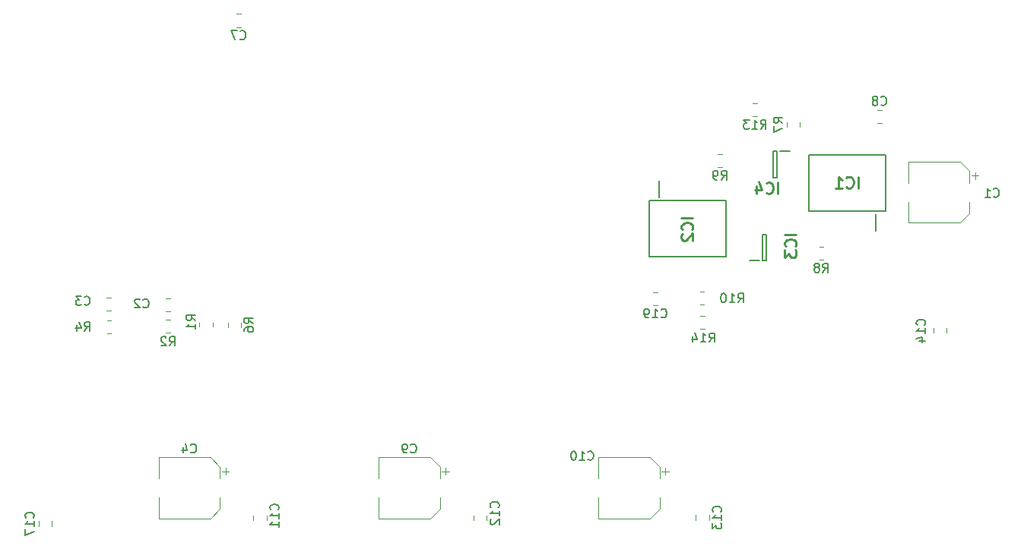
<source format=gbo>
G04 #@! TF.GenerationSoftware,KiCad,Pcbnew,7.0.7+dfsg-1*
G04 #@! TF.CreationDate,2024-09-08T18:11:18+02:00*
G04 #@! TF.ProjectId,motion-board-evoII,6d6f7469-6f6e-42d6-926f-6172642d6576,rev?*
G04 #@! TF.SameCoordinates,Original*
G04 #@! TF.FileFunction,Legend,Bot*
G04 #@! TF.FilePolarity,Positive*
%FSLAX46Y46*%
G04 Gerber Fmt 4.6, Leading zero omitted, Abs format (unit mm)*
G04 Created by KiCad (PCBNEW 7.0.7+dfsg-1) date 2024-09-08 18:11:18*
%MOMM*%
%LPD*%
G01*
G04 APERTURE LIST*
%ADD10C,0.150000*%
%ADD11C,0.254000*%
%ADD12C,0.120000*%
%ADD13C,0.200000*%
G04 APERTURE END LIST*
D10*
X131376657Y-38655419D02*
X131709990Y-38179228D01*
X131948085Y-38655419D02*
X131948085Y-37655419D01*
X131948085Y-37655419D02*
X131567133Y-37655419D01*
X131567133Y-37655419D02*
X131471895Y-37703038D01*
X131471895Y-37703038D02*
X131424276Y-37750657D01*
X131424276Y-37750657D02*
X131376657Y-37845895D01*
X131376657Y-37845895D02*
X131376657Y-37988752D01*
X131376657Y-37988752D02*
X131424276Y-38083990D01*
X131424276Y-38083990D02*
X131471895Y-38131609D01*
X131471895Y-38131609D02*
X131567133Y-38179228D01*
X131567133Y-38179228D02*
X131948085Y-38179228D01*
X130424276Y-38655419D02*
X130995704Y-38655419D01*
X130709990Y-38655419D02*
X130709990Y-37655419D01*
X130709990Y-37655419D02*
X130805228Y-37798276D01*
X130805228Y-37798276D02*
X130900466Y-37893514D01*
X130900466Y-37893514D02*
X130995704Y-37941133D01*
X130090942Y-37655419D02*
X129471895Y-37655419D01*
X129471895Y-37655419D02*
X129805228Y-38036371D01*
X129805228Y-38036371D02*
X129662371Y-38036371D01*
X129662371Y-38036371D02*
X129567133Y-38083990D01*
X129567133Y-38083990D02*
X129519514Y-38131609D01*
X129519514Y-38131609D02*
X129471895Y-38226847D01*
X129471895Y-38226847D02*
X129471895Y-38464942D01*
X129471895Y-38464942D02*
X129519514Y-38560180D01*
X129519514Y-38560180D02*
X129567133Y-38607800D01*
X129567133Y-38607800D02*
X129662371Y-38655419D01*
X129662371Y-38655419D02*
X129948085Y-38655419D01*
X129948085Y-38655419D02*
X130043323Y-38607800D01*
X130043323Y-38607800D02*
X130090942Y-38560180D01*
X56046666Y-58220780D02*
X56094285Y-58268400D01*
X56094285Y-58268400D02*
X56237142Y-58316019D01*
X56237142Y-58316019D02*
X56332380Y-58316019D01*
X56332380Y-58316019D02*
X56475237Y-58268400D01*
X56475237Y-58268400D02*
X56570475Y-58173161D01*
X56570475Y-58173161D02*
X56618094Y-58077923D01*
X56618094Y-58077923D02*
X56665713Y-57887447D01*
X56665713Y-57887447D02*
X56665713Y-57744590D01*
X56665713Y-57744590D02*
X56618094Y-57554114D01*
X56618094Y-57554114D02*
X56570475Y-57458876D01*
X56570475Y-57458876D02*
X56475237Y-57363638D01*
X56475237Y-57363638D02*
X56332380Y-57316019D01*
X56332380Y-57316019D02*
X56237142Y-57316019D01*
X56237142Y-57316019D02*
X56094285Y-57363638D01*
X56094285Y-57363638D02*
X56046666Y-57411257D01*
X55713332Y-57316019D02*
X55094285Y-57316019D01*
X55094285Y-57316019D02*
X55427618Y-57696971D01*
X55427618Y-57696971D02*
X55284761Y-57696971D01*
X55284761Y-57696971D02*
X55189523Y-57744590D01*
X55189523Y-57744590D02*
X55141904Y-57792209D01*
X55141904Y-57792209D02*
X55094285Y-57887447D01*
X55094285Y-57887447D02*
X55094285Y-58125542D01*
X55094285Y-58125542D02*
X55141904Y-58220780D01*
X55141904Y-58220780D02*
X55189523Y-58268400D01*
X55189523Y-58268400D02*
X55284761Y-58316019D01*
X55284761Y-58316019D02*
X55570475Y-58316019D01*
X55570475Y-58316019D02*
X55665713Y-58268400D01*
X55665713Y-58268400D02*
X55713332Y-58220780D01*
D11*
X135330518Y-50413637D02*
X134060518Y-50413637D01*
X135209565Y-51744114D02*
X135270042Y-51683638D01*
X135270042Y-51683638D02*
X135330518Y-51502209D01*
X135330518Y-51502209D02*
X135330518Y-51381257D01*
X135330518Y-51381257D02*
X135270042Y-51199828D01*
X135270042Y-51199828D02*
X135149089Y-51078876D01*
X135149089Y-51078876D02*
X135028137Y-51018399D01*
X135028137Y-51018399D02*
X134786232Y-50957923D01*
X134786232Y-50957923D02*
X134604803Y-50957923D01*
X134604803Y-50957923D02*
X134362899Y-51018399D01*
X134362899Y-51018399D02*
X134241946Y-51078876D01*
X134241946Y-51078876D02*
X134120994Y-51199828D01*
X134120994Y-51199828D02*
X134060518Y-51381257D01*
X134060518Y-51381257D02*
X134060518Y-51502209D01*
X134060518Y-51502209D02*
X134120994Y-51683638D01*
X134120994Y-51683638D02*
X134181470Y-51744114D01*
X134060518Y-52167447D02*
X134060518Y-52953638D01*
X134060518Y-52953638D02*
X134544327Y-52530304D01*
X134544327Y-52530304D02*
X134544327Y-52711733D01*
X134544327Y-52711733D02*
X134604803Y-52832685D01*
X134604803Y-52832685D02*
X134665280Y-52893161D01*
X134665280Y-52893161D02*
X134786232Y-52953638D01*
X134786232Y-52953638D02*
X135088613Y-52953638D01*
X135088613Y-52953638D02*
X135209565Y-52893161D01*
X135209565Y-52893161D02*
X135270042Y-52832685D01*
X135270042Y-52832685D02*
X135330518Y-52711733D01*
X135330518Y-52711733D02*
X135330518Y-52348876D01*
X135330518Y-52348876D02*
X135270042Y-52227923D01*
X135270042Y-52227923D02*
X135209565Y-52167447D01*
D10*
X120280757Y-59621380D02*
X120328376Y-59669000D01*
X120328376Y-59669000D02*
X120471233Y-59716619D01*
X120471233Y-59716619D02*
X120566471Y-59716619D01*
X120566471Y-59716619D02*
X120709328Y-59669000D01*
X120709328Y-59669000D02*
X120804566Y-59573761D01*
X120804566Y-59573761D02*
X120852185Y-59478523D01*
X120852185Y-59478523D02*
X120899804Y-59288047D01*
X120899804Y-59288047D02*
X120899804Y-59145190D01*
X120899804Y-59145190D02*
X120852185Y-58954714D01*
X120852185Y-58954714D02*
X120804566Y-58859476D01*
X120804566Y-58859476D02*
X120709328Y-58764238D01*
X120709328Y-58764238D02*
X120566471Y-58716619D01*
X120566471Y-58716619D02*
X120471233Y-58716619D01*
X120471233Y-58716619D02*
X120328376Y-58764238D01*
X120328376Y-58764238D02*
X120280757Y-58811857D01*
X119328376Y-59716619D02*
X119899804Y-59716619D01*
X119614090Y-59716619D02*
X119614090Y-58716619D01*
X119614090Y-58716619D02*
X119709328Y-58859476D01*
X119709328Y-58859476D02*
X119804566Y-58954714D01*
X119804566Y-58954714D02*
X119899804Y-59002333D01*
X118852185Y-59716619D02*
X118661709Y-59716619D01*
X118661709Y-59716619D02*
X118566471Y-59669000D01*
X118566471Y-59669000D02*
X118518852Y-59621380D01*
X118518852Y-59621380D02*
X118423614Y-59478523D01*
X118423614Y-59478523D02*
X118375995Y-59288047D01*
X118375995Y-59288047D02*
X118375995Y-58907095D01*
X118375995Y-58907095D02*
X118423614Y-58811857D01*
X118423614Y-58811857D02*
X118471233Y-58764238D01*
X118471233Y-58764238D02*
X118566471Y-58716619D01*
X118566471Y-58716619D02*
X118756947Y-58716619D01*
X118756947Y-58716619D02*
X118852185Y-58764238D01*
X118852185Y-58764238D02*
X118899804Y-58811857D01*
X118899804Y-58811857D02*
X118947423Y-58907095D01*
X118947423Y-58907095D02*
X118947423Y-59145190D01*
X118947423Y-59145190D02*
X118899804Y-59240428D01*
X118899804Y-59240428D02*
X118852185Y-59288047D01*
X118852185Y-59288047D02*
X118756947Y-59335666D01*
X118756947Y-59335666D02*
X118566471Y-59335666D01*
X118566471Y-59335666D02*
X118471233Y-59288047D01*
X118471233Y-59288047D02*
X118423614Y-59240428D01*
X118423614Y-59240428D02*
X118375995Y-59145190D01*
X126988866Y-44319619D02*
X127322199Y-43843428D01*
X127560294Y-44319619D02*
X127560294Y-43319619D01*
X127560294Y-43319619D02*
X127179342Y-43319619D01*
X127179342Y-43319619D02*
X127084104Y-43367238D01*
X127084104Y-43367238D02*
X127036485Y-43414857D01*
X127036485Y-43414857D02*
X126988866Y-43510095D01*
X126988866Y-43510095D02*
X126988866Y-43652952D01*
X126988866Y-43652952D02*
X127036485Y-43748190D01*
X127036485Y-43748190D02*
X127084104Y-43795809D01*
X127084104Y-43795809D02*
X127179342Y-43843428D01*
X127179342Y-43843428D02*
X127560294Y-43843428D01*
X126512675Y-44319619D02*
X126322199Y-44319619D01*
X126322199Y-44319619D02*
X126226961Y-44272000D01*
X126226961Y-44272000D02*
X126179342Y-44224380D01*
X126179342Y-44224380D02*
X126084104Y-44081523D01*
X126084104Y-44081523D02*
X126036485Y-43891047D01*
X126036485Y-43891047D02*
X126036485Y-43510095D01*
X126036485Y-43510095D02*
X126084104Y-43414857D01*
X126084104Y-43414857D02*
X126131723Y-43367238D01*
X126131723Y-43367238D02*
X126226961Y-43319619D01*
X126226961Y-43319619D02*
X126417437Y-43319619D01*
X126417437Y-43319619D02*
X126512675Y-43367238D01*
X126512675Y-43367238D02*
X126560294Y-43414857D01*
X126560294Y-43414857D02*
X126607913Y-43510095D01*
X126607913Y-43510095D02*
X126607913Y-43748190D01*
X126607913Y-43748190D02*
X126560294Y-43843428D01*
X126560294Y-43843428D02*
X126512675Y-43891047D01*
X126512675Y-43891047D02*
X126417437Y-43938666D01*
X126417437Y-43938666D02*
X126226961Y-43938666D01*
X126226961Y-43938666D02*
X126131723Y-43891047D01*
X126131723Y-43891047D02*
X126084104Y-43843428D01*
X126084104Y-43843428D02*
X126036485Y-43748190D01*
X157308866Y-46181180D02*
X157356485Y-46228800D01*
X157356485Y-46228800D02*
X157499342Y-46276419D01*
X157499342Y-46276419D02*
X157594580Y-46276419D01*
X157594580Y-46276419D02*
X157737437Y-46228800D01*
X157737437Y-46228800D02*
X157832675Y-46133561D01*
X157832675Y-46133561D02*
X157880294Y-46038323D01*
X157880294Y-46038323D02*
X157927913Y-45847847D01*
X157927913Y-45847847D02*
X157927913Y-45704990D01*
X157927913Y-45704990D02*
X157880294Y-45514514D01*
X157880294Y-45514514D02*
X157832675Y-45419276D01*
X157832675Y-45419276D02*
X157737437Y-45324038D01*
X157737437Y-45324038D02*
X157594580Y-45276419D01*
X157594580Y-45276419D02*
X157499342Y-45276419D01*
X157499342Y-45276419D02*
X157356485Y-45324038D01*
X157356485Y-45324038D02*
X157308866Y-45371657D01*
X156356485Y-46276419D02*
X156927913Y-46276419D01*
X156642199Y-46276419D02*
X156642199Y-45276419D01*
X156642199Y-45276419D02*
X156737437Y-45419276D01*
X156737437Y-45419276D02*
X156832675Y-45514514D01*
X156832675Y-45514514D02*
X156927913Y-45562133D01*
X67883066Y-74698780D02*
X67930685Y-74746400D01*
X67930685Y-74746400D02*
X68073542Y-74794019D01*
X68073542Y-74794019D02*
X68168780Y-74794019D01*
X68168780Y-74794019D02*
X68311637Y-74746400D01*
X68311637Y-74746400D02*
X68406875Y-74651161D01*
X68406875Y-74651161D02*
X68454494Y-74555923D01*
X68454494Y-74555923D02*
X68502113Y-74365447D01*
X68502113Y-74365447D02*
X68502113Y-74222590D01*
X68502113Y-74222590D02*
X68454494Y-74032114D01*
X68454494Y-74032114D02*
X68406875Y-73936876D01*
X68406875Y-73936876D02*
X68311637Y-73841638D01*
X68311637Y-73841638D02*
X68168780Y-73794019D01*
X68168780Y-73794019D02*
X68073542Y-73794019D01*
X68073542Y-73794019D02*
X67930685Y-73841638D01*
X67930685Y-73841638D02*
X67883066Y-73889257D01*
X67025923Y-74127352D02*
X67025923Y-74794019D01*
X67264018Y-73746400D02*
X67502113Y-74460685D01*
X67502113Y-74460685D02*
X66883066Y-74460685D01*
X92394066Y-74698780D02*
X92441685Y-74746400D01*
X92441685Y-74746400D02*
X92584542Y-74794019D01*
X92584542Y-74794019D02*
X92679780Y-74794019D01*
X92679780Y-74794019D02*
X92822637Y-74746400D01*
X92822637Y-74746400D02*
X92917875Y-74651161D01*
X92917875Y-74651161D02*
X92965494Y-74555923D01*
X92965494Y-74555923D02*
X93013113Y-74365447D01*
X93013113Y-74365447D02*
X93013113Y-74222590D01*
X93013113Y-74222590D02*
X92965494Y-74032114D01*
X92965494Y-74032114D02*
X92917875Y-73936876D01*
X92917875Y-73936876D02*
X92822637Y-73841638D01*
X92822637Y-73841638D02*
X92679780Y-73794019D01*
X92679780Y-73794019D02*
X92584542Y-73794019D01*
X92584542Y-73794019D02*
X92441685Y-73841638D01*
X92441685Y-73841638D02*
X92394066Y-73889257D01*
X91917875Y-74794019D02*
X91727399Y-74794019D01*
X91727399Y-74794019D02*
X91632161Y-74746400D01*
X91632161Y-74746400D02*
X91584542Y-74698780D01*
X91584542Y-74698780D02*
X91489304Y-74555923D01*
X91489304Y-74555923D02*
X91441685Y-74365447D01*
X91441685Y-74365447D02*
X91441685Y-73984495D01*
X91441685Y-73984495D02*
X91489304Y-73889257D01*
X91489304Y-73889257D02*
X91536923Y-73841638D01*
X91536923Y-73841638D02*
X91632161Y-73794019D01*
X91632161Y-73794019D02*
X91822637Y-73794019D01*
X91822637Y-73794019D02*
X91917875Y-73841638D01*
X91917875Y-73841638D02*
X91965494Y-73889257D01*
X91965494Y-73889257D02*
X92013113Y-73984495D01*
X92013113Y-73984495D02*
X92013113Y-74222590D01*
X92013113Y-74222590D02*
X91965494Y-74317828D01*
X91965494Y-74317828D02*
X91917875Y-74365447D01*
X91917875Y-74365447D02*
X91822637Y-74413066D01*
X91822637Y-74413066D02*
X91632161Y-74413066D01*
X91632161Y-74413066D02*
X91536923Y-74365447D01*
X91536923Y-74365447D02*
X91489304Y-74317828D01*
X91489304Y-74317828D02*
X91441685Y-74222590D01*
X56046666Y-61211619D02*
X56379999Y-60735428D01*
X56618094Y-61211619D02*
X56618094Y-60211619D01*
X56618094Y-60211619D02*
X56237142Y-60211619D01*
X56237142Y-60211619D02*
X56141904Y-60259238D01*
X56141904Y-60259238D02*
X56094285Y-60306857D01*
X56094285Y-60306857D02*
X56046666Y-60402095D01*
X56046666Y-60402095D02*
X56046666Y-60544952D01*
X56046666Y-60544952D02*
X56094285Y-60640190D01*
X56094285Y-60640190D02*
X56141904Y-60687809D01*
X56141904Y-60687809D02*
X56237142Y-60735428D01*
X56237142Y-60735428D02*
X56618094Y-60735428D01*
X55189523Y-60544952D02*
X55189523Y-61211619D01*
X55427618Y-60164000D02*
X55665713Y-60878285D01*
X55665713Y-60878285D02*
X55046666Y-60878285D01*
X125626857Y-62430819D02*
X125960190Y-61954628D01*
X126198285Y-62430819D02*
X126198285Y-61430819D01*
X126198285Y-61430819D02*
X125817333Y-61430819D01*
X125817333Y-61430819D02*
X125722095Y-61478438D01*
X125722095Y-61478438D02*
X125674476Y-61526057D01*
X125674476Y-61526057D02*
X125626857Y-61621295D01*
X125626857Y-61621295D02*
X125626857Y-61764152D01*
X125626857Y-61764152D02*
X125674476Y-61859390D01*
X125674476Y-61859390D02*
X125722095Y-61907009D01*
X125722095Y-61907009D02*
X125817333Y-61954628D01*
X125817333Y-61954628D02*
X126198285Y-61954628D01*
X124674476Y-62430819D02*
X125245904Y-62430819D01*
X124960190Y-62430819D02*
X124960190Y-61430819D01*
X124960190Y-61430819D02*
X125055428Y-61573676D01*
X125055428Y-61573676D02*
X125150666Y-61668914D01*
X125150666Y-61668914D02*
X125245904Y-61716533D01*
X123817333Y-61764152D02*
X123817333Y-62430819D01*
X124055428Y-61383200D02*
X124293523Y-62097485D01*
X124293523Y-62097485D02*
X123674476Y-62097485D01*
X128846057Y-58011219D02*
X129179390Y-57535028D01*
X129417485Y-58011219D02*
X129417485Y-57011219D01*
X129417485Y-57011219D02*
X129036533Y-57011219D01*
X129036533Y-57011219D02*
X128941295Y-57058838D01*
X128941295Y-57058838D02*
X128893676Y-57106457D01*
X128893676Y-57106457D02*
X128846057Y-57201695D01*
X128846057Y-57201695D02*
X128846057Y-57344552D01*
X128846057Y-57344552D02*
X128893676Y-57439790D01*
X128893676Y-57439790D02*
X128941295Y-57487409D01*
X128941295Y-57487409D02*
X129036533Y-57535028D01*
X129036533Y-57535028D02*
X129417485Y-57535028D01*
X127893676Y-58011219D02*
X128465104Y-58011219D01*
X128179390Y-58011219D02*
X128179390Y-57011219D01*
X128179390Y-57011219D02*
X128274628Y-57154076D01*
X128274628Y-57154076D02*
X128369866Y-57249314D01*
X128369866Y-57249314D02*
X128465104Y-57296933D01*
X127274628Y-57011219D02*
X127179390Y-57011219D01*
X127179390Y-57011219D02*
X127084152Y-57058838D01*
X127084152Y-57058838D02*
X127036533Y-57106457D01*
X127036533Y-57106457D02*
X126988914Y-57201695D01*
X126988914Y-57201695D02*
X126941295Y-57392171D01*
X126941295Y-57392171D02*
X126941295Y-57630266D01*
X126941295Y-57630266D02*
X126988914Y-57820742D01*
X126988914Y-57820742D02*
X127036533Y-57915980D01*
X127036533Y-57915980D02*
X127084152Y-57963600D01*
X127084152Y-57963600D02*
X127179390Y-58011219D01*
X127179390Y-58011219D02*
X127274628Y-58011219D01*
X127274628Y-58011219D02*
X127369866Y-57963600D01*
X127369866Y-57963600D02*
X127417485Y-57915980D01*
X127417485Y-57915980D02*
X127465104Y-57820742D01*
X127465104Y-57820742D02*
X127512723Y-57630266D01*
X127512723Y-57630266D02*
X127512723Y-57392171D01*
X127512723Y-57392171D02*
X127465104Y-57201695D01*
X127465104Y-57201695D02*
X127417485Y-57106457D01*
X127417485Y-57106457D02*
X127369866Y-57058838D01*
X127369866Y-57058838D02*
X127274628Y-57011219D01*
X62599866Y-58525580D02*
X62647485Y-58573200D01*
X62647485Y-58573200D02*
X62790342Y-58620819D01*
X62790342Y-58620819D02*
X62885580Y-58620819D01*
X62885580Y-58620819D02*
X63028437Y-58573200D01*
X63028437Y-58573200D02*
X63123675Y-58477961D01*
X63123675Y-58477961D02*
X63171294Y-58382723D01*
X63171294Y-58382723D02*
X63218913Y-58192247D01*
X63218913Y-58192247D02*
X63218913Y-58049390D01*
X63218913Y-58049390D02*
X63171294Y-57858914D01*
X63171294Y-57858914D02*
X63123675Y-57763676D01*
X63123675Y-57763676D02*
X63028437Y-57668438D01*
X63028437Y-57668438D02*
X62885580Y-57620819D01*
X62885580Y-57620819D02*
X62790342Y-57620819D01*
X62790342Y-57620819D02*
X62647485Y-57668438D01*
X62647485Y-57668438D02*
X62599866Y-57716057D01*
X62218913Y-57716057D02*
X62171294Y-57668438D01*
X62171294Y-57668438D02*
X62076056Y-57620819D01*
X62076056Y-57620819D02*
X61837961Y-57620819D01*
X61837961Y-57620819D02*
X61742723Y-57668438D01*
X61742723Y-57668438D02*
X61695104Y-57716057D01*
X61695104Y-57716057D02*
X61647485Y-57811295D01*
X61647485Y-57811295D02*
X61647485Y-57906533D01*
X61647485Y-57906533D02*
X61695104Y-58049390D01*
X61695104Y-58049390D02*
X62266532Y-58620819D01*
X62266532Y-58620819D02*
X61647485Y-58620819D01*
X50343180Y-82021042D02*
X50390800Y-81973423D01*
X50390800Y-81973423D02*
X50438419Y-81830566D01*
X50438419Y-81830566D02*
X50438419Y-81735328D01*
X50438419Y-81735328D02*
X50390800Y-81592471D01*
X50390800Y-81592471D02*
X50295561Y-81497233D01*
X50295561Y-81497233D02*
X50200323Y-81449614D01*
X50200323Y-81449614D02*
X50009847Y-81401995D01*
X50009847Y-81401995D02*
X49866990Y-81401995D01*
X49866990Y-81401995D02*
X49676514Y-81449614D01*
X49676514Y-81449614D02*
X49581276Y-81497233D01*
X49581276Y-81497233D02*
X49486038Y-81592471D01*
X49486038Y-81592471D02*
X49438419Y-81735328D01*
X49438419Y-81735328D02*
X49438419Y-81830566D01*
X49438419Y-81830566D02*
X49486038Y-81973423D01*
X49486038Y-81973423D02*
X49533657Y-82021042D01*
X50438419Y-82973423D02*
X50438419Y-82401995D01*
X50438419Y-82687709D02*
X49438419Y-82687709D01*
X49438419Y-82687709D02*
X49581276Y-82592471D01*
X49581276Y-82592471D02*
X49676514Y-82497233D01*
X49676514Y-82497233D02*
X49724133Y-82401995D01*
X49438419Y-83306757D02*
X49438419Y-83973423D01*
X49438419Y-83973423D02*
X50438419Y-83544852D01*
D11*
X133294362Y-45887918D02*
X133294362Y-44617918D01*
X131963885Y-45766965D02*
X132024361Y-45827442D01*
X132024361Y-45827442D02*
X132205790Y-45887918D01*
X132205790Y-45887918D02*
X132326742Y-45887918D01*
X132326742Y-45887918D02*
X132508171Y-45827442D01*
X132508171Y-45827442D02*
X132629123Y-45706489D01*
X132629123Y-45706489D02*
X132689600Y-45585537D01*
X132689600Y-45585537D02*
X132750076Y-45343632D01*
X132750076Y-45343632D02*
X132750076Y-45162203D01*
X132750076Y-45162203D02*
X132689600Y-44920299D01*
X132689600Y-44920299D02*
X132629123Y-44799346D01*
X132629123Y-44799346D02*
X132508171Y-44678394D01*
X132508171Y-44678394D02*
X132326742Y-44617918D01*
X132326742Y-44617918D02*
X132205790Y-44617918D01*
X132205790Y-44617918D02*
X132024361Y-44678394D01*
X132024361Y-44678394D02*
X131963885Y-44738870D01*
X130875314Y-45041251D02*
X130875314Y-45887918D01*
X131177695Y-44557442D02*
X131480076Y-45464584D01*
X131480076Y-45464584D02*
X130693885Y-45464584D01*
D10*
X126905980Y-81348342D02*
X126953600Y-81300723D01*
X126953600Y-81300723D02*
X127001219Y-81157866D01*
X127001219Y-81157866D02*
X127001219Y-81062628D01*
X127001219Y-81062628D02*
X126953600Y-80919771D01*
X126953600Y-80919771D02*
X126858361Y-80824533D01*
X126858361Y-80824533D02*
X126763123Y-80776914D01*
X126763123Y-80776914D02*
X126572647Y-80729295D01*
X126572647Y-80729295D02*
X126429790Y-80729295D01*
X126429790Y-80729295D02*
X126239314Y-80776914D01*
X126239314Y-80776914D02*
X126144076Y-80824533D01*
X126144076Y-80824533D02*
X126048838Y-80919771D01*
X126048838Y-80919771D02*
X126001219Y-81062628D01*
X126001219Y-81062628D02*
X126001219Y-81157866D01*
X126001219Y-81157866D02*
X126048838Y-81300723D01*
X126048838Y-81300723D02*
X126096457Y-81348342D01*
X127001219Y-82300723D02*
X127001219Y-81729295D01*
X127001219Y-82015009D02*
X126001219Y-82015009D01*
X126001219Y-82015009D02*
X126144076Y-81919771D01*
X126144076Y-81919771D02*
X126239314Y-81824533D01*
X126239314Y-81824533D02*
X126286933Y-81729295D01*
X126001219Y-82634057D02*
X126001219Y-83253104D01*
X126001219Y-83253104D02*
X126382171Y-82919771D01*
X126382171Y-82919771D02*
X126382171Y-83062628D01*
X126382171Y-83062628D02*
X126429790Y-83157866D01*
X126429790Y-83157866D02*
X126477409Y-83205485D01*
X126477409Y-83205485D02*
X126572647Y-83253104D01*
X126572647Y-83253104D02*
X126810742Y-83253104D01*
X126810742Y-83253104D02*
X126905980Y-83205485D01*
X126905980Y-83205485D02*
X126953600Y-83157866D01*
X126953600Y-83157866D02*
X127001219Y-83062628D01*
X127001219Y-83062628D02*
X127001219Y-82776914D01*
X127001219Y-82776914D02*
X126953600Y-82681676D01*
X126953600Y-82681676D02*
X126905980Y-82634057D01*
X102140980Y-80861842D02*
X102188600Y-80814223D01*
X102188600Y-80814223D02*
X102236219Y-80671366D01*
X102236219Y-80671366D02*
X102236219Y-80576128D01*
X102236219Y-80576128D02*
X102188600Y-80433271D01*
X102188600Y-80433271D02*
X102093361Y-80338033D01*
X102093361Y-80338033D02*
X101998123Y-80290414D01*
X101998123Y-80290414D02*
X101807647Y-80242795D01*
X101807647Y-80242795D02*
X101664790Y-80242795D01*
X101664790Y-80242795D02*
X101474314Y-80290414D01*
X101474314Y-80290414D02*
X101379076Y-80338033D01*
X101379076Y-80338033D02*
X101283838Y-80433271D01*
X101283838Y-80433271D02*
X101236219Y-80576128D01*
X101236219Y-80576128D02*
X101236219Y-80671366D01*
X101236219Y-80671366D02*
X101283838Y-80814223D01*
X101283838Y-80814223D02*
X101331457Y-80861842D01*
X102236219Y-81814223D02*
X102236219Y-81242795D01*
X102236219Y-81528509D02*
X101236219Y-81528509D01*
X101236219Y-81528509D02*
X101379076Y-81433271D01*
X101379076Y-81433271D02*
X101474314Y-81338033D01*
X101474314Y-81338033D02*
X101521933Y-81242795D01*
X101331457Y-82195176D02*
X101283838Y-82242795D01*
X101283838Y-82242795D02*
X101236219Y-82338033D01*
X101236219Y-82338033D02*
X101236219Y-82576128D01*
X101236219Y-82576128D02*
X101283838Y-82671366D01*
X101283838Y-82671366D02*
X101331457Y-82718985D01*
X101331457Y-82718985D02*
X101426695Y-82766604D01*
X101426695Y-82766604D02*
X101521933Y-82766604D01*
X101521933Y-82766604D02*
X101664790Y-82718985D01*
X101664790Y-82718985D02*
X102236219Y-82147557D01*
X102236219Y-82147557D02*
X102236219Y-82766604D01*
X133804819Y-38009533D02*
X133328628Y-37676200D01*
X133804819Y-37438105D02*
X132804819Y-37438105D01*
X132804819Y-37438105D02*
X132804819Y-37819057D01*
X132804819Y-37819057D02*
X132852438Y-37914295D01*
X132852438Y-37914295D02*
X132900057Y-37961914D01*
X132900057Y-37961914D02*
X132995295Y-38009533D01*
X132995295Y-38009533D02*
X133138152Y-38009533D01*
X133138152Y-38009533D02*
X133233390Y-37961914D01*
X133233390Y-37961914D02*
X133281009Y-37914295D01*
X133281009Y-37914295D02*
X133328628Y-37819057D01*
X133328628Y-37819057D02*
X133328628Y-37438105D01*
X132804819Y-38342867D02*
X132804819Y-39009533D01*
X132804819Y-39009533D02*
X133804819Y-38580962D01*
X74850419Y-60352133D02*
X74374228Y-60018800D01*
X74850419Y-59780705D02*
X73850419Y-59780705D01*
X73850419Y-59780705D02*
X73850419Y-60161657D01*
X73850419Y-60161657D02*
X73898038Y-60256895D01*
X73898038Y-60256895D02*
X73945657Y-60304514D01*
X73945657Y-60304514D02*
X74040895Y-60352133D01*
X74040895Y-60352133D02*
X74183752Y-60352133D01*
X74183752Y-60352133D02*
X74278990Y-60304514D01*
X74278990Y-60304514D02*
X74326609Y-60256895D01*
X74326609Y-60256895D02*
X74374228Y-60161657D01*
X74374228Y-60161657D02*
X74374228Y-59780705D01*
X73850419Y-61209276D02*
X73850419Y-61018800D01*
X73850419Y-61018800D02*
X73898038Y-60923562D01*
X73898038Y-60923562D02*
X73945657Y-60875943D01*
X73945657Y-60875943D02*
X74088514Y-60780705D01*
X74088514Y-60780705D02*
X74278990Y-60733086D01*
X74278990Y-60733086D02*
X74659942Y-60733086D01*
X74659942Y-60733086D02*
X74755180Y-60780705D01*
X74755180Y-60780705D02*
X74802800Y-60828324D01*
X74802800Y-60828324D02*
X74850419Y-60923562D01*
X74850419Y-60923562D02*
X74850419Y-61114038D01*
X74850419Y-61114038D02*
X74802800Y-61209276D01*
X74802800Y-61209276D02*
X74755180Y-61256895D01*
X74755180Y-61256895D02*
X74659942Y-61304514D01*
X74659942Y-61304514D02*
X74421847Y-61304514D01*
X74421847Y-61304514D02*
X74326609Y-61256895D01*
X74326609Y-61256895D02*
X74278990Y-61209276D01*
X74278990Y-61209276D02*
X74231371Y-61114038D01*
X74231371Y-61114038D02*
X74231371Y-60923562D01*
X74231371Y-60923562D02*
X74278990Y-60828324D01*
X74278990Y-60828324D02*
X74326609Y-60780705D01*
X74326609Y-60780705D02*
X74421847Y-60733086D01*
X149609980Y-60520342D02*
X149657600Y-60472723D01*
X149657600Y-60472723D02*
X149705219Y-60329866D01*
X149705219Y-60329866D02*
X149705219Y-60234628D01*
X149705219Y-60234628D02*
X149657600Y-60091771D01*
X149657600Y-60091771D02*
X149562361Y-59996533D01*
X149562361Y-59996533D02*
X149467123Y-59948914D01*
X149467123Y-59948914D02*
X149276647Y-59901295D01*
X149276647Y-59901295D02*
X149133790Y-59901295D01*
X149133790Y-59901295D02*
X148943314Y-59948914D01*
X148943314Y-59948914D02*
X148848076Y-59996533D01*
X148848076Y-59996533D02*
X148752838Y-60091771D01*
X148752838Y-60091771D02*
X148705219Y-60234628D01*
X148705219Y-60234628D02*
X148705219Y-60329866D01*
X148705219Y-60329866D02*
X148752838Y-60472723D01*
X148752838Y-60472723D02*
X148800457Y-60520342D01*
X149705219Y-61472723D02*
X149705219Y-60901295D01*
X149705219Y-61187009D02*
X148705219Y-61187009D01*
X148705219Y-61187009D02*
X148848076Y-61091771D01*
X148848076Y-61091771D02*
X148943314Y-60996533D01*
X148943314Y-60996533D02*
X148990933Y-60901295D01*
X149038552Y-62329866D02*
X149705219Y-62329866D01*
X148657600Y-62091771D02*
X149371885Y-61853676D01*
X149371885Y-61853676D02*
X149371885Y-62472723D01*
X138291866Y-54657419D02*
X138625199Y-54181228D01*
X138863294Y-54657419D02*
X138863294Y-53657419D01*
X138863294Y-53657419D02*
X138482342Y-53657419D01*
X138482342Y-53657419D02*
X138387104Y-53705038D01*
X138387104Y-53705038D02*
X138339485Y-53752657D01*
X138339485Y-53752657D02*
X138291866Y-53847895D01*
X138291866Y-53847895D02*
X138291866Y-53990752D01*
X138291866Y-53990752D02*
X138339485Y-54085990D01*
X138339485Y-54085990D02*
X138387104Y-54133609D01*
X138387104Y-54133609D02*
X138482342Y-54181228D01*
X138482342Y-54181228D02*
X138863294Y-54181228D01*
X137720437Y-54085990D02*
X137815675Y-54038371D01*
X137815675Y-54038371D02*
X137863294Y-53990752D01*
X137863294Y-53990752D02*
X137910913Y-53895514D01*
X137910913Y-53895514D02*
X137910913Y-53847895D01*
X137910913Y-53847895D02*
X137863294Y-53752657D01*
X137863294Y-53752657D02*
X137815675Y-53705038D01*
X137815675Y-53705038D02*
X137720437Y-53657419D01*
X137720437Y-53657419D02*
X137529961Y-53657419D01*
X137529961Y-53657419D02*
X137434723Y-53705038D01*
X137434723Y-53705038D02*
X137387104Y-53752657D01*
X137387104Y-53752657D02*
X137339485Y-53847895D01*
X137339485Y-53847895D02*
X137339485Y-53895514D01*
X137339485Y-53895514D02*
X137387104Y-53990752D01*
X137387104Y-53990752D02*
X137434723Y-54038371D01*
X137434723Y-54038371D02*
X137529961Y-54085990D01*
X137529961Y-54085990D02*
X137720437Y-54085990D01*
X137720437Y-54085990D02*
X137815675Y-54133609D01*
X137815675Y-54133609D02*
X137863294Y-54181228D01*
X137863294Y-54181228D02*
X137910913Y-54276466D01*
X137910913Y-54276466D02*
X137910913Y-54466942D01*
X137910913Y-54466942D02*
X137863294Y-54562180D01*
X137863294Y-54562180D02*
X137815675Y-54609800D01*
X137815675Y-54609800D02*
X137720437Y-54657419D01*
X137720437Y-54657419D02*
X137529961Y-54657419D01*
X137529961Y-54657419D02*
X137434723Y-54609800D01*
X137434723Y-54609800D02*
X137387104Y-54562180D01*
X137387104Y-54562180D02*
X137339485Y-54466942D01*
X137339485Y-54466942D02*
X137339485Y-54276466D01*
X137339485Y-54276466D02*
X137387104Y-54181228D01*
X137387104Y-54181228D02*
X137434723Y-54133609D01*
X137434723Y-54133609D02*
X137529961Y-54085990D01*
X68425219Y-60031333D02*
X67949028Y-59698000D01*
X68425219Y-59459905D02*
X67425219Y-59459905D01*
X67425219Y-59459905D02*
X67425219Y-59840857D01*
X67425219Y-59840857D02*
X67472838Y-59936095D01*
X67472838Y-59936095D02*
X67520457Y-59983714D01*
X67520457Y-59983714D02*
X67615695Y-60031333D01*
X67615695Y-60031333D02*
X67758552Y-60031333D01*
X67758552Y-60031333D02*
X67853790Y-59983714D01*
X67853790Y-59983714D02*
X67901409Y-59936095D01*
X67901409Y-59936095D02*
X67949028Y-59840857D01*
X67949028Y-59840857D02*
X67949028Y-59459905D01*
X68425219Y-60983714D02*
X68425219Y-60412286D01*
X68425219Y-60698000D02*
X67425219Y-60698000D01*
X67425219Y-60698000D02*
X67568076Y-60602762D01*
X67568076Y-60602762D02*
X67663314Y-60507524D01*
X67663314Y-60507524D02*
X67710933Y-60412286D01*
X65511466Y-62837219D02*
X65844799Y-62361028D01*
X66082894Y-62837219D02*
X66082894Y-61837219D01*
X66082894Y-61837219D02*
X65701942Y-61837219D01*
X65701942Y-61837219D02*
X65606704Y-61884838D01*
X65606704Y-61884838D02*
X65559085Y-61932457D01*
X65559085Y-61932457D02*
X65511466Y-62027695D01*
X65511466Y-62027695D02*
X65511466Y-62170552D01*
X65511466Y-62170552D02*
X65559085Y-62265790D01*
X65559085Y-62265790D02*
X65606704Y-62313409D01*
X65606704Y-62313409D02*
X65701942Y-62361028D01*
X65701942Y-62361028D02*
X66082894Y-62361028D01*
X65130513Y-61932457D02*
X65082894Y-61884838D01*
X65082894Y-61884838D02*
X64987656Y-61837219D01*
X64987656Y-61837219D02*
X64749561Y-61837219D01*
X64749561Y-61837219D02*
X64654323Y-61884838D01*
X64654323Y-61884838D02*
X64606704Y-61932457D01*
X64606704Y-61932457D02*
X64559085Y-62027695D01*
X64559085Y-62027695D02*
X64559085Y-62122933D01*
X64559085Y-62122933D02*
X64606704Y-62265790D01*
X64606704Y-62265790D02*
X65178132Y-62837219D01*
X65178132Y-62837219D02*
X64559085Y-62837219D01*
D11*
X142247862Y-45252918D02*
X142247862Y-43982918D01*
X140917385Y-45131965D02*
X140977861Y-45192442D01*
X140977861Y-45192442D02*
X141159290Y-45252918D01*
X141159290Y-45252918D02*
X141280242Y-45252918D01*
X141280242Y-45252918D02*
X141461671Y-45192442D01*
X141461671Y-45192442D02*
X141582623Y-45071489D01*
X141582623Y-45071489D02*
X141643100Y-44950537D01*
X141643100Y-44950537D02*
X141703576Y-44708632D01*
X141703576Y-44708632D02*
X141703576Y-44527203D01*
X141703576Y-44527203D02*
X141643100Y-44285299D01*
X141643100Y-44285299D02*
X141582623Y-44164346D01*
X141582623Y-44164346D02*
X141461671Y-44043394D01*
X141461671Y-44043394D02*
X141280242Y-43982918D01*
X141280242Y-43982918D02*
X141159290Y-43982918D01*
X141159290Y-43982918D02*
X140977861Y-44043394D01*
X140977861Y-44043394D02*
X140917385Y-44103870D01*
X139707861Y-45252918D02*
X140433576Y-45252918D01*
X140070719Y-45252918D02*
X140070719Y-43982918D01*
X140070719Y-43982918D02*
X140191671Y-44164346D01*
X140191671Y-44164346D02*
X140312623Y-44285299D01*
X140312623Y-44285299D02*
X140433576Y-44345775D01*
D10*
X73382566Y-28607980D02*
X73430185Y-28655600D01*
X73430185Y-28655600D02*
X73573042Y-28703219D01*
X73573042Y-28703219D02*
X73668280Y-28703219D01*
X73668280Y-28703219D02*
X73811137Y-28655600D01*
X73811137Y-28655600D02*
X73906375Y-28560361D01*
X73906375Y-28560361D02*
X73953994Y-28465123D01*
X73953994Y-28465123D02*
X74001613Y-28274647D01*
X74001613Y-28274647D02*
X74001613Y-28131790D01*
X74001613Y-28131790D02*
X73953994Y-27941314D01*
X73953994Y-27941314D02*
X73906375Y-27846076D01*
X73906375Y-27846076D02*
X73811137Y-27750838D01*
X73811137Y-27750838D02*
X73668280Y-27703219D01*
X73668280Y-27703219D02*
X73573042Y-27703219D01*
X73573042Y-27703219D02*
X73430185Y-27750838D01*
X73430185Y-27750838D02*
X73382566Y-27798457D01*
X73049232Y-27703219D02*
X72382566Y-27703219D01*
X72382566Y-27703219D02*
X72811137Y-28703219D01*
X77604580Y-81141242D02*
X77652200Y-81093623D01*
X77652200Y-81093623D02*
X77699819Y-80950766D01*
X77699819Y-80950766D02*
X77699819Y-80855528D01*
X77699819Y-80855528D02*
X77652200Y-80712671D01*
X77652200Y-80712671D02*
X77556961Y-80617433D01*
X77556961Y-80617433D02*
X77461723Y-80569814D01*
X77461723Y-80569814D02*
X77271247Y-80522195D01*
X77271247Y-80522195D02*
X77128390Y-80522195D01*
X77128390Y-80522195D02*
X76937914Y-80569814D01*
X76937914Y-80569814D02*
X76842676Y-80617433D01*
X76842676Y-80617433D02*
X76747438Y-80712671D01*
X76747438Y-80712671D02*
X76699819Y-80855528D01*
X76699819Y-80855528D02*
X76699819Y-80950766D01*
X76699819Y-80950766D02*
X76747438Y-81093623D01*
X76747438Y-81093623D02*
X76795057Y-81141242D01*
X77699819Y-82093623D02*
X77699819Y-81522195D01*
X77699819Y-81807909D02*
X76699819Y-81807909D01*
X76699819Y-81807909D02*
X76842676Y-81712671D01*
X76842676Y-81712671D02*
X76937914Y-81617433D01*
X76937914Y-81617433D02*
X76985533Y-81522195D01*
X77699819Y-83046004D02*
X77699819Y-82474576D01*
X77699819Y-82760290D02*
X76699819Y-82760290D01*
X76699819Y-82760290D02*
X76842676Y-82665052D01*
X76842676Y-82665052D02*
X76937914Y-82569814D01*
X76937914Y-82569814D02*
X76985533Y-82474576D01*
X112131057Y-75492780D02*
X112178676Y-75540400D01*
X112178676Y-75540400D02*
X112321533Y-75588019D01*
X112321533Y-75588019D02*
X112416771Y-75588019D01*
X112416771Y-75588019D02*
X112559628Y-75540400D01*
X112559628Y-75540400D02*
X112654866Y-75445161D01*
X112654866Y-75445161D02*
X112702485Y-75349923D01*
X112702485Y-75349923D02*
X112750104Y-75159447D01*
X112750104Y-75159447D02*
X112750104Y-75016590D01*
X112750104Y-75016590D02*
X112702485Y-74826114D01*
X112702485Y-74826114D02*
X112654866Y-74730876D01*
X112654866Y-74730876D02*
X112559628Y-74635638D01*
X112559628Y-74635638D02*
X112416771Y-74588019D01*
X112416771Y-74588019D02*
X112321533Y-74588019D01*
X112321533Y-74588019D02*
X112178676Y-74635638D01*
X112178676Y-74635638D02*
X112131057Y-74683257D01*
X111178676Y-75588019D02*
X111750104Y-75588019D01*
X111464390Y-75588019D02*
X111464390Y-74588019D01*
X111464390Y-74588019D02*
X111559628Y-74730876D01*
X111559628Y-74730876D02*
X111654866Y-74826114D01*
X111654866Y-74826114D02*
X111750104Y-74873733D01*
X110559628Y-74588019D02*
X110464390Y-74588019D01*
X110464390Y-74588019D02*
X110369152Y-74635638D01*
X110369152Y-74635638D02*
X110321533Y-74683257D01*
X110321533Y-74683257D02*
X110273914Y-74778495D01*
X110273914Y-74778495D02*
X110226295Y-74968971D01*
X110226295Y-74968971D02*
X110226295Y-75207066D01*
X110226295Y-75207066D02*
X110273914Y-75397542D01*
X110273914Y-75397542D02*
X110321533Y-75492780D01*
X110321533Y-75492780D02*
X110369152Y-75540400D01*
X110369152Y-75540400D02*
X110464390Y-75588019D01*
X110464390Y-75588019D02*
X110559628Y-75588019D01*
X110559628Y-75588019D02*
X110654866Y-75540400D01*
X110654866Y-75540400D02*
X110702485Y-75492780D01*
X110702485Y-75492780D02*
X110750104Y-75397542D01*
X110750104Y-75397542D02*
X110797723Y-75207066D01*
X110797723Y-75207066D02*
X110797723Y-74968971D01*
X110797723Y-74968971D02*
X110750104Y-74778495D01*
X110750104Y-74778495D02*
X110702485Y-74683257D01*
X110702485Y-74683257D02*
X110654866Y-74635638D01*
X110654866Y-74635638D02*
X110559628Y-74588019D01*
D11*
X123815718Y-48569637D02*
X122545718Y-48569637D01*
X123694765Y-49900114D02*
X123755242Y-49839638D01*
X123755242Y-49839638D02*
X123815718Y-49658209D01*
X123815718Y-49658209D02*
X123815718Y-49537257D01*
X123815718Y-49537257D02*
X123755242Y-49355828D01*
X123755242Y-49355828D02*
X123634289Y-49234876D01*
X123634289Y-49234876D02*
X123513337Y-49174399D01*
X123513337Y-49174399D02*
X123271432Y-49113923D01*
X123271432Y-49113923D02*
X123090003Y-49113923D01*
X123090003Y-49113923D02*
X122848099Y-49174399D01*
X122848099Y-49174399D02*
X122727146Y-49234876D01*
X122727146Y-49234876D02*
X122606194Y-49355828D01*
X122606194Y-49355828D02*
X122545718Y-49537257D01*
X122545718Y-49537257D02*
X122545718Y-49658209D01*
X122545718Y-49658209D02*
X122606194Y-49839638D01*
X122606194Y-49839638D02*
X122666670Y-49900114D01*
X122666670Y-50383923D02*
X122606194Y-50444399D01*
X122606194Y-50444399D02*
X122545718Y-50565352D01*
X122545718Y-50565352D02*
X122545718Y-50867733D01*
X122545718Y-50867733D02*
X122606194Y-50988685D01*
X122606194Y-50988685D02*
X122666670Y-51049161D01*
X122666670Y-51049161D02*
X122787622Y-51109638D01*
X122787622Y-51109638D02*
X122908575Y-51109638D01*
X122908575Y-51109638D02*
X123090003Y-51049161D01*
X123090003Y-51049161D02*
X123815718Y-50323447D01*
X123815718Y-50323447D02*
X123815718Y-51109638D01*
D10*
X144757166Y-35941380D02*
X144804785Y-35989000D01*
X144804785Y-35989000D02*
X144947642Y-36036619D01*
X144947642Y-36036619D02*
X145042880Y-36036619D01*
X145042880Y-36036619D02*
X145185737Y-35989000D01*
X145185737Y-35989000D02*
X145280975Y-35893761D01*
X145280975Y-35893761D02*
X145328594Y-35798523D01*
X145328594Y-35798523D02*
X145376213Y-35608047D01*
X145376213Y-35608047D02*
X145376213Y-35465190D01*
X145376213Y-35465190D02*
X145328594Y-35274714D01*
X145328594Y-35274714D02*
X145280975Y-35179476D01*
X145280975Y-35179476D02*
X145185737Y-35084238D01*
X145185737Y-35084238D02*
X145042880Y-35036619D01*
X145042880Y-35036619D02*
X144947642Y-35036619D01*
X144947642Y-35036619D02*
X144804785Y-35084238D01*
X144804785Y-35084238D02*
X144757166Y-35131857D01*
X144185737Y-35465190D02*
X144280975Y-35417571D01*
X144280975Y-35417571D02*
X144328594Y-35369952D01*
X144328594Y-35369952D02*
X144376213Y-35274714D01*
X144376213Y-35274714D02*
X144376213Y-35227095D01*
X144376213Y-35227095D02*
X144328594Y-35131857D01*
X144328594Y-35131857D02*
X144280975Y-35084238D01*
X144280975Y-35084238D02*
X144185737Y-35036619D01*
X144185737Y-35036619D02*
X143995261Y-35036619D01*
X143995261Y-35036619D02*
X143900023Y-35084238D01*
X143900023Y-35084238D02*
X143852404Y-35131857D01*
X143852404Y-35131857D02*
X143804785Y-35227095D01*
X143804785Y-35227095D02*
X143804785Y-35274714D01*
X143804785Y-35274714D02*
X143852404Y-35369952D01*
X143852404Y-35369952D02*
X143900023Y-35417571D01*
X143900023Y-35417571D02*
X143995261Y-35465190D01*
X143995261Y-35465190D02*
X144185737Y-35465190D01*
X144185737Y-35465190D02*
X144280975Y-35512809D01*
X144280975Y-35512809D02*
X144328594Y-35560428D01*
X144328594Y-35560428D02*
X144376213Y-35655666D01*
X144376213Y-35655666D02*
X144376213Y-35846142D01*
X144376213Y-35846142D02*
X144328594Y-35941380D01*
X144328594Y-35941380D02*
X144280975Y-35989000D01*
X144280975Y-35989000D02*
X144185737Y-36036619D01*
X144185737Y-36036619D02*
X143995261Y-36036619D01*
X143995261Y-36036619D02*
X143900023Y-35989000D01*
X143900023Y-35989000D02*
X143852404Y-35941380D01*
X143852404Y-35941380D02*
X143804785Y-35846142D01*
X143804785Y-35846142D02*
X143804785Y-35655666D01*
X143804785Y-35655666D02*
X143852404Y-35560428D01*
X143852404Y-35560428D02*
X143900023Y-35512809D01*
X143900023Y-35512809D02*
X143995261Y-35465190D01*
D12*
X130506736Y-35815600D02*
X130960864Y-35815600D01*
X130506736Y-37285600D02*
X130960864Y-37285600D01*
X59040752Y-58951800D02*
X58518248Y-58951800D01*
X59040752Y-57481800D02*
X58518248Y-57481800D01*
D13*
X130142800Y-53366800D02*
X131242800Y-53366800D01*
X131592800Y-50416800D02*
X131592800Y-53316800D01*
X131592800Y-53316800D02*
X131992800Y-53316800D01*
X131992800Y-50416800D02*
X131592800Y-50416800D01*
X131992800Y-53316800D02*
X131992800Y-50416800D01*
D12*
X119376648Y-56846800D02*
X119899152Y-56846800D01*
X119376648Y-58316800D02*
X119899152Y-58316800D01*
X126595136Y-41479800D02*
X127049264Y-41479800D01*
X126595136Y-42949800D02*
X127049264Y-42949800D01*
X155643700Y-43872500D02*
X154856200Y-43872500D01*
X155249950Y-43478750D02*
X155249950Y-44266250D01*
X154616200Y-48065563D02*
X154616200Y-46780000D01*
X154616200Y-48065563D02*
X153551763Y-49130000D01*
X154616200Y-43374437D02*
X154616200Y-44660000D01*
X154616200Y-43374437D02*
X153551763Y-42310000D01*
X153551763Y-49130000D02*
X147796200Y-49130000D01*
X153551763Y-42310000D02*
X147796200Y-42310000D01*
X147796200Y-49130000D02*
X147796200Y-46780000D01*
X147796200Y-42310000D02*
X147796200Y-44660000D01*
X72153900Y-76841700D02*
X71366400Y-76841700D01*
X71760150Y-76447950D02*
X71760150Y-77235450D01*
X71126400Y-81034763D02*
X71126400Y-79749200D01*
X71126400Y-81034763D02*
X70061963Y-82099200D01*
X71126400Y-76343637D02*
X71126400Y-77629200D01*
X71126400Y-76343637D02*
X70061963Y-75279200D01*
X70061963Y-82099200D02*
X64306400Y-82099200D01*
X70061963Y-75279200D02*
X64306400Y-75279200D01*
X64306400Y-82099200D02*
X64306400Y-79749200D01*
X64306400Y-75279200D02*
X64306400Y-77629200D01*
X96664900Y-76841700D02*
X95877400Y-76841700D01*
X96271150Y-76447950D02*
X96271150Y-77235450D01*
X95637400Y-81034763D02*
X95637400Y-79749200D01*
X95637400Y-81034763D02*
X94572963Y-82099200D01*
X95637400Y-76343637D02*
X95637400Y-77629200D01*
X95637400Y-76343637D02*
X94572963Y-75279200D01*
X94572963Y-82099200D02*
X88817400Y-82099200D01*
X94572963Y-75279200D02*
X88817400Y-75279200D01*
X88817400Y-82099200D02*
X88817400Y-79749200D01*
X88817400Y-75279200D02*
X88817400Y-77629200D01*
X59044064Y-61491800D02*
X58589936Y-61491800D01*
X59044064Y-60021800D02*
X58589936Y-60021800D01*
X125093464Y-60983800D02*
X124639336Y-60983800D01*
X125093464Y-59513800D02*
X124639336Y-59513800D01*
X124613936Y-56796000D02*
X125068064Y-56796000D01*
X124613936Y-58266000D02*
X125068064Y-58266000D01*
X65593952Y-59002600D02*
X65071448Y-59002600D01*
X65593952Y-57532600D02*
X65071448Y-57532600D01*
X52398600Y-82402648D02*
X52398600Y-82925152D01*
X50928600Y-82402648D02*
X50928600Y-82925152D01*
D13*
X134593600Y-41121200D02*
X133493600Y-41121200D01*
X133143600Y-44071200D02*
X133143600Y-41171200D01*
X133143600Y-41171200D02*
X132743600Y-41171200D01*
X132743600Y-44071200D02*
X133143600Y-44071200D01*
X132743600Y-41171200D02*
X132743600Y-44071200D01*
D12*
X124131400Y-82252452D02*
X124131400Y-81729948D01*
X125601400Y-82252452D02*
X125601400Y-81729948D01*
X99391800Y-82273952D02*
X99391800Y-81751448D01*
X100861800Y-82273952D02*
X100861800Y-81751448D01*
X135735000Y-37949136D02*
X135735000Y-38403264D01*
X134265000Y-37949136D02*
X134265000Y-38403264D01*
X72010600Y-60745864D02*
X72010600Y-60291736D01*
X73480600Y-60745864D02*
X73480600Y-60291736D01*
X152068200Y-60851148D02*
X152068200Y-61373652D01*
X150598200Y-60851148D02*
X150598200Y-61373652D01*
X137898136Y-51817600D02*
X138352264Y-51817600D01*
X137898136Y-53287600D02*
X138352264Y-53287600D01*
X68861000Y-60720464D02*
X68861000Y-60266336D01*
X70331000Y-60720464D02*
X70331000Y-60266336D01*
X65571864Y-61415600D02*
X65117736Y-61415600D01*
X65571864Y-59945600D02*
X65117736Y-59945600D01*
D13*
X144223100Y-50003600D02*
X144223100Y-48153600D01*
X136753100Y-47803600D02*
X145263100Y-47803600D01*
X145263100Y-47803600D02*
X145263100Y-41553600D01*
X136753100Y-41553600D02*
X136753100Y-47803600D01*
X145263100Y-41553600D02*
X136753100Y-41553600D01*
D12*
X72954648Y-25833400D02*
X73477152Y-25833400D01*
X72954648Y-27303400D02*
X73477152Y-27303400D01*
X74855400Y-82273952D02*
X74855400Y-81751448D01*
X76325400Y-82273952D02*
X76325400Y-81751448D01*
X121125100Y-76841700D02*
X120337600Y-76841700D01*
X120731350Y-76447950D02*
X120731350Y-77235450D01*
X120097600Y-81034763D02*
X120097600Y-79749200D01*
X120097600Y-81034763D02*
X119033163Y-82099200D01*
X120097600Y-76343637D02*
X120097600Y-77629200D01*
X120097600Y-76343637D02*
X119033163Y-75279200D01*
X119033163Y-82099200D02*
X113277600Y-82099200D01*
X119033163Y-75279200D02*
X113277600Y-75279200D01*
X113277600Y-82099200D02*
X113277600Y-79749200D01*
X113277600Y-75279200D02*
X113277600Y-77629200D01*
D13*
X120026400Y-44484400D02*
X120026400Y-46334400D01*
X127496400Y-46684400D02*
X118986400Y-46684400D01*
X118986400Y-46684400D02*
X118986400Y-52934400D01*
X127496400Y-52934400D02*
X127496400Y-46684400D01*
X118986400Y-52934400D02*
X127496400Y-52934400D01*
D12*
X144851752Y-37996800D02*
X144329248Y-37996800D01*
X144851752Y-36526800D02*
X144329248Y-36526800D01*
M02*

</source>
